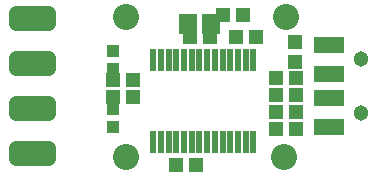
<source format=gbr>
G04 EAGLE Gerber RS-274X export*
G75*
%MOMM*%
%FSLAX34Y34*%
%LPD*%
%INSoldermask Top*%
%IPPOS*%
%AMOC8*
5,1,8,0,0,1.08239X$1,22.5*%
G01*
%ADD10C,2.203200*%
%ADD11R,2.503200X1.403200*%
%ADD12C,1.303200*%
%ADD13R,0.603200X1.903200*%
%ADD14R,1.303200X1.203200*%
%ADD15R,1.203200X1.303200*%
%ADD16C,1.173478*%
%ADD17R,1.003200X1.003200*%
%ADD18R,1.503200X1.703200*%


D10*
X-60325Y12700D03*
X-60325Y131763D03*
X74613Y131763D03*
X73025Y12700D03*
D11*
X110750Y108025D03*
X110750Y83025D03*
X110750Y63025D03*
X110750Y38025D03*
D12*
X138250Y95525D03*
X138250Y50525D03*
D13*
X-37488Y25325D03*
X-30988Y25325D03*
X-24488Y25325D03*
X-17988Y25325D03*
X-11488Y25325D03*
X-4988Y25325D03*
X1513Y25325D03*
X8013Y25325D03*
X14513Y25325D03*
X21013Y25325D03*
X27513Y25325D03*
X34013Y25325D03*
X40513Y25325D03*
X47013Y25325D03*
X47013Y95325D03*
X40513Y95325D03*
X34013Y95325D03*
X27513Y95325D03*
X21013Y95325D03*
X14513Y95325D03*
X8013Y95325D03*
X1513Y95325D03*
X-4988Y95325D03*
X-11488Y95325D03*
X-17988Y95325D03*
X-24488Y95325D03*
X-30988Y95325D03*
X-37488Y95325D03*
D14*
X66113Y79375D03*
X83113Y79375D03*
X66113Y36513D03*
X83113Y36513D03*
D15*
X83113Y50800D03*
X66113Y50800D03*
X83113Y65088D03*
X66113Y65088D03*
D14*
X10088Y114300D03*
X-6913Y114300D03*
D16*
X-125501Y87274D02*
X-153899Y87274D01*
X-153899Y96876D01*
X-125501Y96876D01*
X-125501Y87274D01*
X-125501Y125374D02*
X-153899Y125374D01*
X-153899Y134976D01*
X-125501Y134976D01*
X-125501Y125374D01*
D15*
X38663Y133350D03*
X21663Y133350D03*
X-72000Y77788D03*
X-55000Y77788D03*
X-72000Y63500D03*
X-55000Y63500D03*
D17*
X-71438Y53538D03*
X-71438Y38538D03*
X-71438Y87750D03*
X-71438Y102750D03*
D14*
X32775Y114300D03*
X49775Y114300D03*
D16*
X-125501Y11074D02*
X-153899Y11074D01*
X-153899Y20676D01*
X-125501Y20676D01*
X-125501Y11074D01*
X-125501Y49174D02*
X-153899Y49174D01*
X-153899Y58776D01*
X-125501Y58776D01*
X-125501Y49174D01*
D15*
X82550Y110100D03*
X82550Y93100D03*
D14*
X-18025Y6350D03*
X-1025Y6350D03*
D18*
X11088Y125413D03*
X-7913Y125413D03*
M02*

</source>
